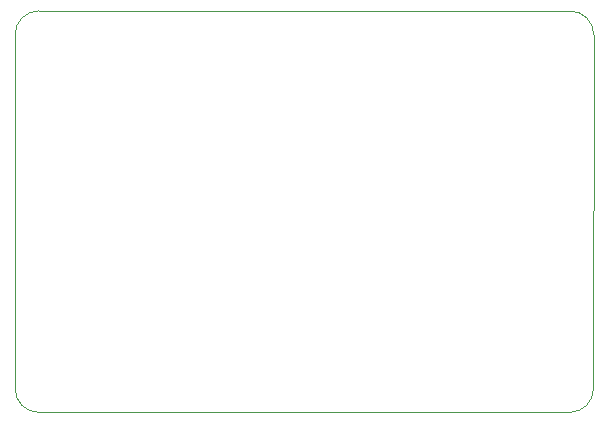
<source format=gbr>
%TF.GenerationSoftware,KiCad,Pcbnew,(5.99.0-9526-g5c17ff0595)*%
%TF.CreationDate,2021-04-11T22:42:20-05:00*%
%TF.ProjectId,E73_Devboard,4537335f-4465-4766-926f-6172642e6b69,rev?*%
%TF.SameCoordinates,Original*%
%TF.FileFunction,Profile,NP*%
%FSLAX46Y46*%
G04 Gerber Fmt 4.6, Leading zero omitted, Abs format (unit mm)*
G04 Created by KiCad (PCBNEW (5.99.0-9526-g5c17ff0595)) date 2021-04-11 22:42:20*
%MOMM*%
%LPD*%
G01*
G04 APERTURE LIST*
%TA.AperFunction,Profile*%
%ADD10C,0.100000*%
%TD*%
G04 APERTURE END LIST*
D10*
X128614214Y-95585786D02*
X173585786Y-95585786D01*
X126614214Y-63600000D02*
X126614214Y-93585786D01*
X173600000Y-61600000D02*
X128614214Y-61600000D01*
X175585786Y-93585786D02*
X175600000Y-63600000D01*
X175585786Y-93585786D02*
G75*
G02*
X173585786Y-95585786I-2000000J0D01*
G01*
X128614214Y-95585786D02*
G75*
G02*
X126614214Y-93585786I0J2000000D01*
G01*
X126614214Y-63600000D02*
G75*
G02*
X128614214Y-61600000I2000000J0D01*
G01*
X173600000Y-61600000D02*
G75*
G02*
X175600000Y-63600000I0J-2000000D01*
G01*
M02*

</source>
